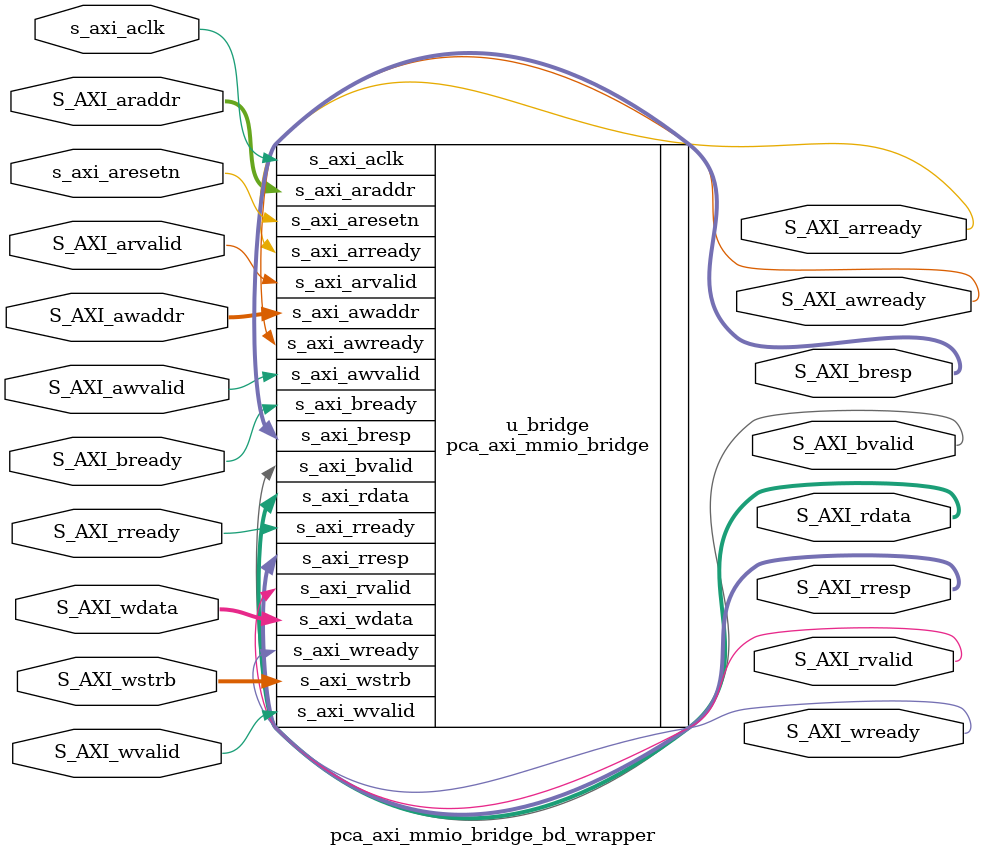
<source format=v>

module pca_axi_mmio_bridge_bd_wrapper (
  input  wire        s_axi_aclk,
  input  wire        s_axi_aresetn,

  // Single AXI-Lite slave interface (Vivado will show as S_AXI in BD)
  input  wire [31:0] S_AXI_awaddr,
  input  wire        S_AXI_awvalid,
  output wire        S_AXI_awready,
  input  wire [31:0] S_AXI_wdata,
  input  wire [ 3:0] S_AXI_wstrb,
  input  wire        S_AXI_wvalid,
  output wire        S_AXI_wready,
  output wire [ 1:0] S_AXI_bresp,
  output wire        S_AXI_bvalid,
  input  wire        S_AXI_bready,
  input  wire [31:0] S_AXI_araddr,
  input  wire        S_AXI_arvalid,
  output wire        S_AXI_arready,
  output wire [31:0] S_AXI_rdata,
  output wire [ 1:0] S_AXI_rresp,
  output wire        S_AXI_rvalid,
  input  wire        S_AXI_rready
);

  // SystemVerilog implementation of the AXI-Lite to PCA MMIO bridge.
  pca_axi_mmio_bridge u_bridge (
    .s_axi_aclk   (s_axi_aclk),
    .s_axi_aresetn(s_axi_aresetn),
    .s_axi_awaddr (S_AXI_awaddr),
    .s_axi_awvalid(S_AXI_awvalid),
    .s_axi_awready(S_AXI_awready),
    .s_axi_wdata  (S_AXI_wdata),
    .s_axi_wstrb  (S_AXI_wstrb),
    .s_axi_wvalid (S_AXI_wvalid),
    .s_axi_wready (S_AXI_wready),
    .s_axi_bresp  (S_AXI_bresp),
    .s_axi_bvalid (S_AXI_bvalid),
    .s_axi_bready (S_AXI_bready),
    .s_axi_araddr (S_AXI_araddr),
    .s_axi_arvalid(S_AXI_arvalid),
    .s_axi_arready(S_AXI_arready),
    .s_axi_rdata  (S_AXI_rdata),
    .s_axi_rresp  (S_AXI_rresp),
    .s_axi_rvalid (S_AXI_rvalid),
    .s_axi_rready (S_AXI_rready)
  );

endmodule


</source>
